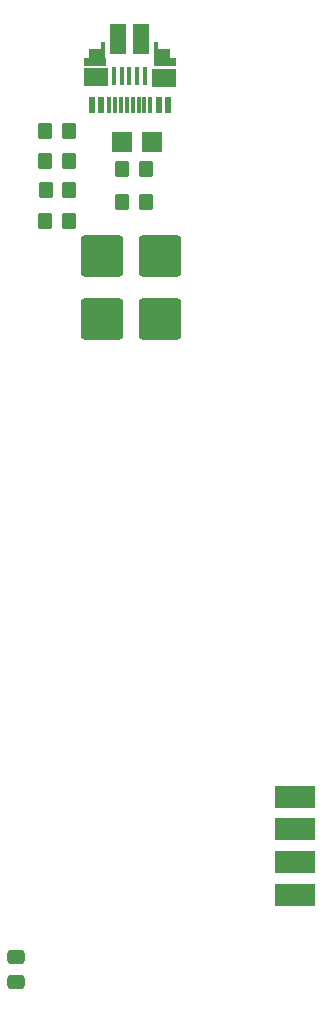
<source format=gbp>
G04 #@! TF.GenerationSoftware,KiCad,Pcbnew,6.0.11-2627ca5db0~126~ubuntu20.04.1*
G04 #@! TF.CreationDate,2023-09-26T13:38:11+05:00*
G04 #@! TF.ProjectId,33NJU23,33334e4a-5532-4332-9e6b-696361645f70,rev?*
G04 #@! TF.SameCoordinates,Original*
G04 #@! TF.FileFunction,Paste,Bot*
G04 #@! TF.FilePolarity,Positive*
%FSLAX46Y46*%
G04 Gerber Fmt 4.6, Leading zero omitted, Abs format (unit mm)*
G04 Created by KiCad (PCBNEW 6.0.11-2627ca5db0~126~ubuntu20.04.1) date 2023-09-26 13:38:11*
%MOMM*%
%LPD*%
G01*
G04 APERTURE LIST*
G04 Aperture macros list*
%AMRoundRect*
0 Rectangle with rounded corners*
0 $1 Rounding radius*
0 $2 $3 $4 $5 $6 $7 $8 $9 X,Y pos of 4 corners*
0 Add a 4 corners polygon primitive as box body*
4,1,4,$2,$3,$4,$5,$6,$7,$8,$9,$2,$3,0*
0 Add four circle primitives for the rounded corners*
1,1,$1+$1,$2,$3*
1,1,$1+$1,$4,$5*
1,1,$1+$1,$6,$7*
1,1,$1+$1,$8,$9*
0 Add four rect primitives between the rounded corners*
20,1,$1+$1,$2,$3,$4,$5,0*
20,1,$1+$1,$4,$5,$6,$7,0*
20,1,$1+$1,$6,$7,$8,$9,0*
20,1,$1+$1,$8,$9,$2,$3,0*%
%AMOutline4P*
0 Free polygon, 4 corners , with rotation*
0 The origin of the aperture is its center*
0 number of corners: always 4*
0 $1 to $8 corner X, Y*
0 $9 Rotation angle, in degrees counterclockwise*
0 create outline with 4 corners*
4,1,4,$1,$2,$3,$4,$5,$6,$7,$8,$1,$2,$9*%
G04 Aperture macros list end*
%ADD10R,3.480000X1.846667*%
%ADD11RoundRect,0.250000X-0.350000X-0.450000X0.350000X-0.450000X0.350000X0.450000X-0.350000X0.450000X0*%
%ADD12R,1.700000X1.700000*%
%ADD13RoundRect,0.250000X-0.475000X0.337500X-0.475000X-0.337500X0.475000X-0.337500X0.475000X0.337500X0*%
%ADD14RoundRect,0.321101X1.473899X1.428899X-1.473899X1.428899X-1.473899X-1.428899X1.473899X-1.428899X0*%
%ADD15R,0.600000X1.450000*%
%ADD16R,0.300000X1.450000*%
%ADD17R,0.400000X1.650000*%
%ADD18R,1.430000X2.500000*%
%ADD19R,2.000000X1.500000*%
%ADD20Outline4P,-0.675000X-0.675000X0.675000X-0.675000X0.675000X0.675000X-0.675000X0.675000X0.000000*%
%ADD21R,1.825000X0.700000*%
%ADD22R,0.382484X1.821706*%
%ADD23R,0.380714X1.829960*%
G04 APERTURE END LIST*
D10*
X76839500Y-101945000D03*
X76839500Y-99175000D03*
X76839500Y-96405000D03*
X76839500Y-93635000D03*
D11*
X62246000Y-43307000D03*
X64246000Y-43307000D03*
X55717418Y-37253676D03*
X57717418Y-37253676D03*
X55758479Y-42281573D03*
X57758479Y-42281573D03*
X55717418Y-39778916D03*
X57717418Y-39778916D03*
D12*
X64775000Y-38227000D03*
X62235000Y-38227000D03*
D11*
X55737949Y-44868404D03*
X57737949Y-44868404D03*
D13*
X53263800Y-107242700D03*
X53263800Y-109317700D03*
D14*
X65422000Y-47879000D03*
X60562000Y-47879000D03*
D11*
X62246000Y-40513000D03*
X64246000Y-40513000D03*
D14*
X65422000Y-53213000D03*
X60562000Y-53213000D03*
D15*
X59640000Y-35106000D03*
X60415000Y-35106000D03*
D16*
X61115000Y-35106000D03*
X61615000Y-35106000D03*
X62115000Y-35106000D03*
X62615000Y-35106000D03*
X63115000Y-35106000D03*
X63615000Y-35106000D03*
X64115000Y-35106000D03*
X64615000Y-35106000D03*
D15*
X65315000Y-35106000D03*
X66090000Y-35106000D03*
D17*
X61540000Y-32626000D03*
X62190000Y-32626000D03*
X62840000Y-32626000D03*
X63490000Y-32626000D03*
X64140000Y-32626000D03*
D18*
X61880000Y-29476000D03*
D19*
X65740000Y-32746000D03*
D20*
X60110000Y-30988000D03*
D21*
X65840000Y-31426000D03*
D22*
X65098669Y-30632382D03*
D19*
X59990000Y-32726000D03*
D21*
X59890000Y-31426000D03*
D20*
X65590000Y-30988000D03*
D18*
X63800000Y-29476000D03*
D23*
X60625761Y-30660980D03*
M02*

</source>
